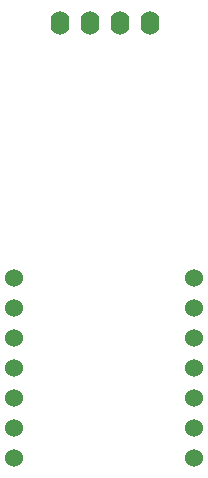
<source format=gbr>
%TF.GenerationSoftware,KiCad,Pcbnew,9.0.3*%
%TF.CreationDate,2025-08-21T16:00:50-04:00*%
%TF.ProjectId,hermes,6865726d-6573-42e6-9b69-6361645f7063,rev?*%
%TF.SameCoordinates,Original*%
%TF.FileFunction,Soldermask,Bot*%
%TF.FilePolarity,Negative*%
%FSLAX46Y46*%
G04 Gerber Fmt 4.6, Leading zero omitted, Abs format (unit mm)*
G04 Created by KiCad (PCBNEW 9.0.3) date 2025-08-21 16:00:50*
%MOMM*%
%LPD*%
G01*
G04 APERTURE LIST*
%ADD10C,1.524000*%
%ADD11O,1.600000X2.000000*%
G04 APERTURE END LIST*
D10*
%TO.C,U1*%
X154165000Y-129120000D03*
X154165000Y-126580000D03*
X154165000Y-124040000D03*
X154165000Y-121500000D03*
X154165000Y-118960000D03*
X154165000Y-116420000D03*
X154165000Y-113880000D03*
X138925000Y-113880000D03*
X138925000Y-116420000D03*
X138925000Y-118960000D03*
X138925000Y-121500000D03*
X138925000Y-124040000D03*
X138925000Y-126580000D03*
X138925000Y-129120000D03*
%TD*%
D11*
%TO.C,J1*%
X150465000Y-92350000D03*
X147925000Y-92350000D03*
X145385000Y-92350000D03*
X142845000Y-92350000D03*
%TD*%
M02*

</source>
